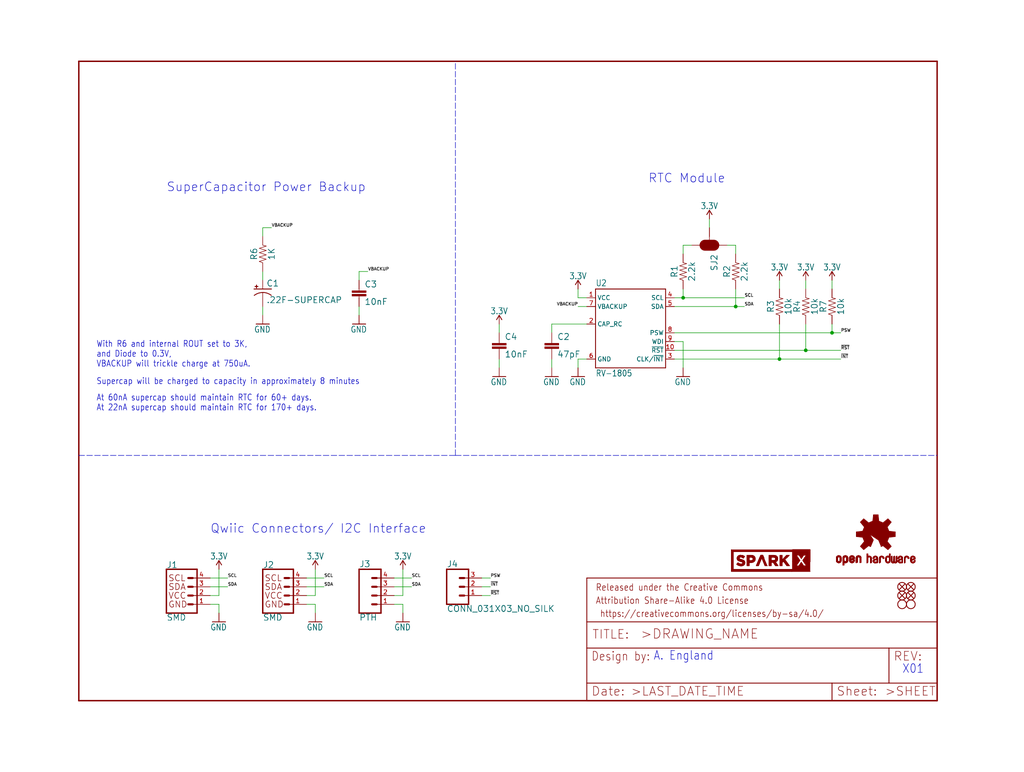
<source format=kicad_sch>
(kicad_sch (version 20211123) (generator eeschema)
  (paper "User" 297.002 223.926)
  (lib_symbols
    (symbol "eagleSchem-eagle-import:.22F-SUPERCAP"
      (property "Reference" "C" (at 1.016 0.635 0))
      (property "Value" ".22F-SUPERCAP" (at 1.016 -4.191 0))
      (symbol ".22F-SUPERCAP_1_0"
        (pin passive line (at 0 2.54 270) (length 2.54) (name "+") (number "+"))
        (pin passive line (at 0 -5.08 90) (length 2.54) (name "-") (number "-"))
      )
    )
    (symbol "eagleSchem-eagle-import:10KOHM-0603-1{slash}10W-1%"
      (property "Reference" "R" (at 0 1.524 0))
      (property "Value" "10KOHM-0603-1{slash}10W-1%" (at 0 -1.524 0))
      (symbol "10KOHM-0603-1{slash}10W-1%_1_0"
        (pin passive line (at -5.08 0 0) (length 2.54) (name "1") (number "1"))
        (pin passive line (at 5.08 0 180) (length 2.54) (name "2") (number "2"))
      )
    )
    (symbol "eagleSchem-eagle-import:10NF-0603-50V-10%"
      (property "Reference" "C" (at 1.524 2.921 0))
      (property "Value" "10NF-0603-50V-10%" (at 1.524 -2.159 0))
      (symbol "10NF-0603-50V-10%_1_0"
        (pin passive line (at 0 5.08 270) (length 2.54) (name "1") (number "1"))
        (pin passive line (at 0 -2.54 90) (length 2.54) (name "2") (number "2"))
      )
    )
    (symbol "eagleSchem-eagle-import:2.2KOHM-0603-1{slash}10W-1%"
      (property "Reference" "R" (at 0 1.524 0))
      (property "Value" "2.2KOHM-0603-1{slash}10W-1%" (at 0 -1.524 0))
      (symbol "2.2KOHM-0603-1{slash}10W-1%_1_0"
        (pin passive line (at -5.08 0 0) (length 2.54) (name "1") (number "1"))
        (pin passive line (at 5.08 0 180) (length 2.54) (name "2") (number "2"))
      )
    )
    (symbol "eagleSchem-eagle-import:2.55KOHM-0603-1{slash}10W-1%"
      (property "Reference" "R" (at 0 1.524 0))
      (property "Value" "2.55KOHM-0603-1{slash}10W-1%" (at 0 -1.524 0))
      (symbol "2.55KOHM-0603-1{slash}10W-1%_1_0"
        (pin passive line (at -5.08 0 0) (length 2.54) (name "1") (number "1"))
        (pin passive line (at 5.08 0 180) (length 2.54) (name "2") (number "2"))
      )
    )
    (symbol "eagleSchem-eagle-import:3.3V" (power)
      (property "Value" "3.3V" (at 0 2.794 0))
      (symbol "3.3V_1_0"
        (pin power_in line (at 0 0 90) (length 2.54) (name "3.3V") (number "1"))
      )
    )
    (symbol "eagleSchem-eagle-import:47PF-0603-50V-5%"
      (property "Reference" "C" (at 1.524 2.921 0))
      (property "Value" "47PF-0603-50V-5%" (at 1.524 -2.159 0))
      (symbol "47PF-0603-50V-5%_1_0"
        (pin passive line (at 0 5.08 270) (length 2.54) (name "1") (number "1"))
        (pin passive line (at 0 -2.54 90) (length 2.54) (name "2") (number "2"))
      )
    )
    (symbol "eagleSchem-eagle-import:CONN_031X03_NO_SILK"
      (property "Reference" "J" (at -2.54 5.588 0))
      (property "Value" "CONN_031X03_NO_SILK" (at -2.54 -7.366 0))
      (symbol "CONN_031X03_NO_SILK_1_0"
        (pin passive line (at 7.62 -2.54 180) (length 5.08) (name "1") (number "1"))
        (pin passive line (at 7.62 0 180) (length 5.08) (name "2") (number "2"))
        (pin passive line (at 7.62 2.54 180) (length 5.08) (name "3") (number "3"))
      )
    )
    (symbol "eagleSchem-eagle-import:CONN_041X04_NO_SILK"
      (property "Reference" "J" (at -5.08 8.128 0))
      (property "Value" "CONN_041X04_NO_SILK" (at -5.08 -7.366 0))
      (symbol "CONN_041X04_NO_SILK_1_0"
        (pin passive line (at 5.08 -2.54 180) (length 5.08) (name "1") (number "1"))
        (pin passive line (at 5.08 0 180) (length 5.08) (name "2") (number "2"))
        (pin passive line (at 5.08 2.54 180) (length 5.08) (name "3") (number "3"))
        (pin passive line (at 5.08 5.08 180) (length 5.08) (name "4") (number "4"))
      )
    )
    (symbol "eagleSchem-eagle-import:FIDUCIALUFIDUCIAL")
    (symbol "eagleSchem-eagle-import:FRAME-LETTER"
      (symbol "FRAME-LETTER_2_0"
        (text " https://creativecommons.org/licenses/by-sa/4.0/" (at 2.54 24.13 0) (effects (font (size 1.9304 1.6408)) (justify left bottom)))
        (text ">DRAWING_NAME" (at 15.494 17.78 0) (effects (font (size 2.7432 2.7432)) (justify left bottom)))
        (text ">LAST_DATE_TIME" (at 12.7 1.27 0) (effects (font (size 2.54 2.54)) (justify left bottom)))
        (text ">SHEET" (at 86.36 1.27 0) (effects (font (size 2.54 2.54)) (justify left bottom)))
        (text "Attribution Share-Alike 4.0 License" (at 2.54 27.94 0) (effects (font (size 1.9304 1.6408)) (justify left bottom)))
        (text "Date:" (at 1.27 1.27 0) (effects (font (size 2.54 2.54)) (justify left bottom)))
        (text "Design by:" (at 1.27 11.43 0) (effects (font (size 2.54 2.159)) (justify left bottom)))
        (text "Released under the Creative Commons" (at 2.54 31.75 0) (effects (font (size 1.9304 1.6408)) (justify left bottom)))
        (text "REV:" (at 88.9 11.43 0) (effects (font (size 2.54 2.54)) (justify left bottom)))
        (text "Sheet:" (at 72.39 1.27 0) (effects (font (size 2.54 2.54)) (justify left bottom)))
        (text "TITLE:" (at 1.524 17.78 0) (effects (font (size 2.54 2.54)) (justify left bottom)))
      )
    )
    (symbol "eagleSchem-eagle-import:GND" (power)
      (property "Value" "GND" (at -2.54 -2.54 0))
      (symbol "GND_1_0"
        (pin power_in line (at 0 2.54 270) (length 2.54) (name "GND") (number "1"))
      )
    )
    (symbol "eagleSchem-eagle-import:JUMPER-SMT_3_2-NC_PASTE_SILK"
      (property "Reference" "JP" (at 2.54 0.381 0))
      (property "Value" "JUMPER-SMT_3_2-NC_PASTE_SILK" (at 2.54 -0.381 0))
      (symbol "JUMPER-SMT_3_2-NC_PASTE_SILK_1_0"
        (pin passive line (at 0 5.08 270) (length 2.54) (name "1") (number "1"))
        (pin passive line (at -5.08 0 0) (length 2.54) (name "2") (number "2"))
        (pin passive line (at 0 -5.08 90) (length 2.54) (name "3") (number "3"))
      )
    )
    (symbol "eagleSchem-eagle-import:OSHW-LOGOS")
    (symbol "eagleSchem-eagle-import:QWIIC_CONNECTORJS-1MM"
      (property "Reference" "J" (at -5.08 7.874 0))
      (property "Value" "QWIIC_CONNECTORJS-1MM" (at -5.08 -5.334 0))
      (symbol "QWIIC_CONNECTORJS-1MM_1_0"
        (text "GND" (at -4.572 -2.54 0) (effects (font (size 1.778 1.778)) (justify left)))
        (text "SCL" (at -4.572 5.08 0) (effects (font (size 1.778 1.778)) (justify left)))
        (text "SDA" (at -4.572 2.54 0) (effects (font (size 1.778 1.778)) (justify left)))
        (text "VCC" (at -4.572 0 0) (effects (font (size 1.778 1.778)) (justify left)))
        (pin power_in line (at 7.62 -2.54 180) (length 5.08) (name "1") (number "1"))
        (pin power_in line (at 7.62 0 180) (length 5.08) (name "2") (number "2"))
        (pin passive line (at 7.62 2.54 180) (length 5.08) (name "3") (number "3"))
        (pin passive line (at 7.62 5.08 180) (length 5.08) (name "4") (number "4"))
      )
    )
    (symbol "eagleSchem-eagle-import:RV-1805"
      (property "Reference" "U" (at -10.16 13.462 0))
      (property "Value" "RV-1805" (at -10.16 -12.7 0))
      (symbol "RV-1805_1_0"
        (pin bidirectional line (at -12.7 10.16 0) (length 2.54) (name "VCC") (number "1"))
        (pin bidirectional line (at 12.7 -5.08 180) (length 2.54) (name "~{RST}") (number "10"))
        (pin bidirectional line (at -12.7 2.54 0) (length 2.54) (name "CAP_RC") (number "2"))
        (pin bidirectional line (at 12.7 -7.62 180) (length 2.54) (name "CLK/~{INT}") (number "3"))
        (pin bidirectional line (at 12.7 10.16 180) (length 2.54) (name "SCL") (number "4"))
        (pin bidirectional line (at 12.7 7.62 180) (length 2.54) (name "SDA") (number "5"))
        (pin bidirectional line (at -12.7 -7.62 0) (length 2.54) (name "GND") (number "6"))
        (pin bidirectional line (at -12.7 7.62 0) (length 2.54) (name "VBACKUP") (number "7"))
        (pin bidirectional line (at 12.7 0 180) (length 2.54) (name "PSW") (number "8"))
        (pin bidirectional line (at 12.7 -2.54 180) (length 2.54) (name "WDI") (number "9"))
      )
    )
    (symbol "eagleSchem-eagle-import:SPARKX-LOGO4")
    (symbol "eagleSchem-eagle-import:STAND-OFF")
  )
  (junction (at 213.36 88.9))
  (junction (at 226.06 104.14))
  (junction (at 233.68 101.6))
  (junction (at 198.12 86.36))
  (junction (at 241.3 96.52))
  (wire (pts (xy 116.84 175.26) (xy 116.84 177.8)))
  (wire (pts (xy 226.06 81.28) (xy 226.06 83.82)))
  (wire (pts (xy 233.68 101.6) (xy 243.84 101.6)))
  (wire (pts (xy 139.7 172.72) (xy 142.24 172.72)))
  (wire (pts (xy 116.84 172.72) (xy 116.84 165.1)))
  (wire (pts (xy 233.68 81.28) (xy 233.68 83.82)))
  (wire (pts (xy 114.3 175.26) (xy 116.84 175.26)))
  (wire (pts (xy 104.14 81.28) (xy 104.14 78.74)))
  (wire (pts (xy 88.9 175.26) (xy 91.44 175.26)))
  (wire (pts (xy 60.96 167.64) (xy 66.04 167.64)))
  (wire (pts (xy 167.64 86.36) (xy 170.18 86.36)))
  (wire (pts (xy 210.82 71.12) (xy 213.36 71.12)))
  (polyline (pts (xy 22.86 132.08) (xy 132.08 132.08)))
  (wire (pts (xy 198.12 86.36) (xy 215.9 86.36)))
  (wire (pts (xy 114.3 167.64) (xy 119.38 167.64)))
  (wire (pts (xy 63.5 175.26) (xy 63.5 177.8)))
  (wire (pts (xy 198.12 83.82) (xy 198.12 86.36)))
  (wire (pts (xy 76.2 81.28) (xy 76.2 78.74)))
  (wire (pts (xy 144.78 104.14) (xy 144.78 106.68)))
  (wire (pts (xy 195.58 86.36) (xy 198.12 86.36)))
  (wire (pts (xy 195.58 101.6) (xy 233.68 101.6)))
  (wire (pts (xy 104.14 78.74) (xy 106.68 78.74)))
  (wire (pts (xy 170.18 88.9) (xy 167.64 88.9)))
  (wire (pts (xy 160.02 104.14) (xy 160.02 106.68)))
  (wire (pts (xy 213.36 71.12) (xy 213.36 73.66)))
  (wire (pts (xy 195.58 88.9) (xy 213.36 88.9)))
  (polyline (pts (xy 132.08 132.08) (xy 271.78 132.08)))
  (wire (pts (xy 104.14 88.9) (xy 104.14 91.44)))
  (wire (pts (xy 60.96 175.26) (xy 63.5 175.26)))
  (wire (pts (xy 139.7 167.64) (xy 142.24 167.64)))
  (wire (pts (xy 63.5 172.72) (xy 63.5 165.1)))
  (wire (pts (xy 139.7 170.18) (xy 142.24 170.18)))
  (wire (pts (xy 167.64 106.68) (xy 167.64 104.14)))
  (wire (pts (xy 88.9 167.64) (xy 93.98 167.64)))
  (wire (pts (xy 233.68 101.6) (xy 233.68 93.98)))
  (polyline (pts (xy 132.08 132.08) (xy 132.08 17.78)))
  (wire (pts (xy 195.58 99.06) (xy 198.12 99.06)))
  (wire (pts (xy 205.74 66.04) (xy 205.74 63.5)))
  (wire (pts (xy 60.96 170.18) (xy 66.04 170.18)))
  (wire (pts (xy 241.3 81.28) (xy 241.3 83.82)))
  (wire (pts (xy 198.12 73.66) (xy 198.12 71.12)))
  (wire (pts (xy 198.12 99.06) (xy 198.12 106.68)))
  (wire (pts (xy 241.3 96.52) (xy 243.84 96.52)))
  (wire (pts (xy 160.02 93.98) (xy 170.18 93.98)))
  (wire (pts (xy 60.96 172.72) (xy 63.5 172.72)))
  (wire (pts (xy 198.12 71.12) (xy 200.66 71.12)))
  (wire (pts (xy 226.06 93.98) (xy 226.06 104.14)))
  (wire (pts (xy 213.36 88.9) (xy 215.9 88.9)))
  (wire (pts (xy 114.3 172.72) (xy 116.84 172.72)))
  (wire (pts (xy 76.2 66.04) (xy 78.74 66.04)))
  (wire (pts (xy 91.44 175.26) (xy 91.44 177.8)))
  (wire (pts (xy 167.64 104.14) (xy 170.18 104.14)))
  (wire (pts (xy 195.58 104.14) (xy 226.06 104.14)))
  (wire (pts (xy 226.06 104.14) (xy 243.84 104.14)))
  (wire (pts (xy 88.9 172.72) (xy 91.44 172.72)))
  (wire (pts (xy 195.58 96.52) (xy 241.3 96.52)))
  (wire (pts (xy 91.44 172.72) (xy 91.44 165.1)))
  (wire (pts (xy 114.3 170.18) (xy 119.38 170.18)))
  (wire (pts (xy 144.78 93.98) (xy 144.78 96.52)))
  (wire (pts (xy 76.2 66.04) (xy 76.2 68.58)))
  (wire (pts (xy 160.02 93.98) (xy 160.02 96.52)))
  (wire (pts (xy 213.36 83.82) (xy 213.36 88.9)))
  (wire (pts (xy 241.3 93.98) (xy 241.3 96.52)))
  (wire (pts (xy 88.9 170.18) (xy 93.98 170.18)))
  (wire (pts (xy 167.64 83.82) (xy 167.64 86.36)))
  (wire (pts (xy 76.2 88.9) (xy 76.2 91.44)))
  (text "Supercap will be charged to capacity in approximately 8 minutes" (at 27.94 111.76 0) (effects (font (size 1.778 1.5113)) (justify left bottom)))
  (text "A. England" (at 189.484 191.77 180) (effects (font (size 2.54 2.159)) (justify left bottom)))
  (text "RTC Module" (at 187.96 53.34 180) (effects (font (size 2.54 2.54)) (justify left bottom)))
  (text "Qwiic Connectors/ I2C Interface" (at 60.96 154.94 180) (effects (font (size 2.54 2.54)) (justify left bottom)))
  (text "With R6 and internal ROUT set to 3K,\nand Diode to 0.3V,\nVBACKUP will trickle charge at 750uA." (at 27.94 106.68 0) (effects (font (size 1.778 1.5113)) (justify left bottom)))
  (text "SuperCapacitor Power Backup" (at 48.26 55.88 180) (effects (font (size 2.54 2.54)) (justify left bottom)))
  (text "At 60nA supercap should maintain RTC for 60+ days.\nAt 22nA supercap should maintain RTC for 170+ days." (at 27.94 119.38 0) (effects (font (size 1.778 1.5113)) (justify left bottom)))
  (text "X01" (at 261.62 195.58 180) (effects (font (size 2.54 2.159)) (justify left bottom)))
  (label "~{INT}" (at 243.84 104.14 0) (effects (font (size 0.889 0.889))))
  (label "SCL" (at 66.04 167.64 0) (effects (font (size 0.889 0.889))))
  (label "~{INT}" (at 142.24 170.18 0) (effects (font (size 0.889 0.889))))
  (label "~{RST}" (at 142.24 172.72 0) (effects (font (size 0.889 0.889))))
  (label "SCL" (at 215.9 86.36 0) (effects (font (size 0.889 0.889))))
  (label "SDA" (at 93.98 170.18 0) (effects (font (size 0.889 0.889))))
  (label "SDA" (at 215.9 88.9 0) (effects (font (size 0.889 0.889))))
  (label "PSW" (at 142.24 167.64 0) (effects (font (size 0.889 0.889))))
  (label "~{RST}" (at 243.84 101.6 0) (effects (font (size 0.889 0.889))))
  (label "VBACKUP" (at 78.74 66.04 0) (effects (font (size 0.889 0.889))))
  (label "VBACKUP" (at 167.64 88.9 180) (effects (font (size 0.889 0.889))))
  (label "SDA" (at 66.04 170.18 0) (effects (font (size 0.889 0.889))))
  (label "SDA" (at 119.38 170.18 0) (effects (font (size 0.889 0.889))))
  (label "VBACKUP" (at 106.68 78.74 0) (effects (font (size 0.889 0.889))))
  (label "PSW" (at 243.84 96.52 0) (effects (font (size 0.889 0.889))))
  (label "SCL" (at 119.38 167.64 0) (effects (font (size 0.889 0.889))))
  (label "SCL" (at 93.98 167.64 0) (effects (font (size 0.889 0.889))))
  (symbol (lib_id "eagleSchem-eagle-import:FIDUCIALUFIDUCIAL") (at 264.16 172.72 0) (unit 1)
    (property "Reference" "FD3" (effects hide))
    (property "Value" "FIDUCIALUFIDUCIAL" (effects hide))
    (property "Footprint" "eagleSchem:FIDUCIAL-MICRO" (effects hide))
  )
  (symbol (lib_id "eagleSchem-eagle-import:FIDUCIALUFIDUCIAL") (at 261.62 172.72 0) (unit 1)
    (property "Reference" "FD4" (effects hide))
    (property "Value" "FIDUCIALUFIDUCIAL" (effects hide))
    (property "Footprint" "eagleSchem:FIDUCIAL-MICRO" (effects hide))
  )
  (symbol (lib_id "eagleSchem-eagle-import:GND") (at 91.44 180.34 0) (unit 1)
    (property "Reference" "#GND6" (effects hide))
    (property "Value" "GND" (at 88.9 182.88 0) (effects (font (size 1.778 1.5113)) (justify left bottom)))
    (property "Footprint" "eagleSchem:" (effects hide))
  )
  (symbol (lib_id "eagleSchem-eagle-import:CONN_041X04_NO_SILK") (at 109.22 172.72 0) (unit 1)
    (property "Reference" "J3" (at 104.14 164.592 0) (effects (font (size 1.778 1.778)) (justify left bottom)))
    (property "Value" "PTH" (at 104.14 180.086 0) (effects (font (size 1.778 1.778)) (justify left bottom)))
    (property "Footprint" "eagleSchem:1X04_NO_SILK" (effects hide))
  )
  (symbol (lib_id "eagleSchem-eagle-import:SPARKX-LOGO4") (at 223.52 162.56 0) (unit 1)
    (property "Reference" "U$5" (effects hide))
    (property "Value" "SPARKX-LOGO4" (effects hide))
    (property "Footprint" "eagleSchem:SPARKX-MEDIUM" (effects hide))
  )
  (symbol (lib_id "eagleSchem-eagle-import:QWIIC_CONNECTORJS-1MM") (at 53.34 172.72 0) (unit 1)
    (property "Reference" "J1" (at 48.26 164.846 0) (effects (font (size 1.778 1.778)) (justify left bottom)))
    (property "Value" "SMD" (at 48.26 178.054 0) (effects (font (size 1.778 1.778)) (justify left top)))
    (property "Footprint" "eagleSchem:1X04_1MM_RA" (effects hide))
  )
  (symbol (lib_id "eagleSchem-eagle-import:3.3V") (at 116.84 165.1 0) (unit 1)
    (property "Reference" "#SUPPLY4" (effects hide))
    (property "Value" "3.3V" (at 116.84 162.306 0) (effects (font (size 1.778 1.5113)) (justify bottom)))
    (property "Footprint" "eagleSchem:" (effects hide))
  )
  (symbol (lib_id "eagleSchem-eagle-import:STAND-OFF") (at 261.62 175.26 0) (unit 1)
    (property "Reference" "U$6" (effects hide))
    (property "Value" "STAND-OFF" (effects hide))
    (property "Footprint" "eagleSchem:STAND-OFF" (effects hide))
  )
  (symbol (lib_id "eagleSchem-eagle-import:3.3V") (at 144.78 93.98 0) (unit 1)
    (property "Reference" "#SUPPLY1" (effects hide))
    (property "Value" "3.3V" (at 144.78 91.186 0) (effects (font (size 1.778 1.5113)) (justify bottom)))
    (property "Footprint" "eagleSchem:" (effects hide))
  )
  (symbol (lib_id "eagleSchem-eagle-import:47PF-0603-50V-5%") (at 160.02 101.6 0) (unit 1)
    (property "Reference" "C2" (at 161.544 98.679 0) (effects (font (size 1.778 1.778)) (justify left bottom)))
    (property "Value" "47pF" (at 161.544 103.759 0) (effects (font (size 1.778 1.778)) (justify left bottom)))
    (property "Footprint" "eagleSchem:0603" (effects hide))
  )
  (symbol (lib_id "eagleSchem-eagle-import:GND") (at 63.5 180.34 0) (unit 1)
    (property "Reference" "#GND5" (effects hide))
    (property "Value" "GND" (at 60.96 182.88 0) (effects (font (size 1.778 1.5113)) (justify left bottom)))
    (property "Footprint" "eagleSchem:" (effects hide))
  )
  (symbol (lib_id "eagleSchem-eagle-import:FIDUCIALUFIDUCIAL") (at 261.62 170.18 0) (unit 1)
    (property "Reference" "FD1" (effects hide))
    (property "Value" "FIDUCIALUFIDUCIAL" (effects hide))
    (property "Footprint" "eagleSchem:FIDUCIAL-MICRO" (effects hide))
  )
  (symbol (lib_id "eagleSchem-eagle-import:.22F-SUPERCAP") (at 76.2 83.82 0) (unit 1)
    (property "Reference" "C1" (at 77.216 83.185 0) (effects (font (size 1.778 1.778)) (justify left bottom)))
    (property "Value" ".22F-SUPERCAP" (at 77.216 88.011 0) (effects (font (size 1.778 1.778)) (justify left bottom)))
    (property "Footprint" "eagleSchem:DSK-RADIAL-6.8MM" (effects hide))
  )
  (symbol (lib_id "eagleSchem-eagle-import:2.2KOHM-0603-1{slash}10W-1%") (at 198.12 78.74 90) (unit 1)
    (property "Reference" "R1" (at 196.596 78.74 0) (effects (font (size 1.778 1.778)) (justify bottom)))
    (property "Value" "2.2k" (at 199.644 78.74 0) (effects (font (size 1.778 1.778)) (justify top)))
    (property "Footprint" "eagleSchem:0603" (effects hide))
  )
  (symbol (lib_id "eagleSchem-eagle-import:GND") (at 198.12 109.22 0) (unit 1)
    (property "Reference" "#GND3" (effects hide))
    (property "Value" "GND" (at 195.58 111.76 0) (effects (font (size 1.778 1.5113)) (justify left bottom)))
    (property "Footprint" "eagleSchem:" (effects hide))
  )
  (symbol (lib_id "eagleSchem-eagle-import:JUMPER-SMT_3_2-NC_PASTE_SILK") (at 205.74 71.12 270) (unit 1)
    (property "Reference" "SJ2" (at 206.121 73.66 0) (effects (font (size 1.778 1.778)) (justify left bottom)))
    (property "Value" "JUMPER-SMT_3_2-NC_PASTE_SILK" (effects hide))
    (property "Footprint" "eagleSchem:SMT-JUMPER_3_2-NC_PASTE_SILK" (effects hide))
  )
  (symbol (lib_id "eagleSchem-eagle-import:3.3V") (at 205.74 63.5 0) (unit 1)
    (property "Reference" "#SUPPLY3" (effects hide))
    (property "Value" "3.3V" (at 205.74 60.706 0) (effects (font (size 1.778 1.5113)) (justify bottom)))
    (property "Footprint" "eagleSchem:" (effects hide))
  )
  (symbol (lib_id "eagleSchem-eagle-import:10KOHM-0603-1{slash}10W-1%") (at 241.3 88.9 90) (unit 1)
    (property "Reference" "R7" (at 239.776 88.9 0) (effects (font (size 1.778 1.778)) (justify bottom)))
    (property "Value" "10k" (at 242.824 88.9 0) (effects (font (size 1.778 1.778)) (justify top)))
    (property "Footprint" "eagleSchem:0603" (effects hide))
  )
  (symbol (lib_id "eagleSchem-eagle-import:3.3V") (at 91.44 165.1 0) (unit 1)
    (property "Reference" "#SUPPLY7" (effects hide))
    (property "Value" "3.3V" (at 91.44 162.306 0) (effects (font (size 1.778 1.5113)) (justify bottom)))
    (property "Footprint" "eagleSchem:" (effects hide))
  )
  (symbol (lib_id "eagleSchem-eagle-import:3.3V") (at 241.3 81.28 0) (unit 1)
    (property "Reference" "#SUPPLY9" (effects hide))
    (property "Value" "3.3V" (at 241.3 78.486 0) (effects (font (size 1.778 1.5113)) (justify bottom)))
    (property "Footprint" "eagleSchem:" (effects hide))
  )
  (symbol (lib_id "eagleSchem-eagle-import:STAND-OFF") (at 264.16 175.26 0) (unit 1)
    (property "Reference" "U$7" (effects hide))
    (property "Value" "STAND-OFF" (effects hide))
    (property "Footprint" "eagleSchem:STAND-OFF" (effects hide))
  )
  (symbol (lib_id "eagleSchem-eagle-import:SPARKX-LOGO4") (at 223.52 162.56 0) (unit 1)
    (property "Reference" "U$3" (effects hide))
    (property "Value" "SPARKX-LOGO4" (effects hide))
    (property "Footprint" "eagleSchem:SPARKX-MEDIUM" (effects hide))
  )
  (symbol (lib_id "eagleSchem-eagle-import:FIDUCIALUFIDUCIAL") (at 264.16 170.18 0) (unit 1)
    (property "Reference" "FD2" (effects hide))
    (property "Value" "FIDUCIALUFIDUCIAL" (effects hide))
    (property "Footprint" "eagleSchem:FIDUCIAL-MICRO" (effects hide))
  )
  (symbol (lib_id "eagleSchem-eagle-import:QWIIC_CONNECTORJS-1MM") (at 81.28 172.72 0) (unit 1)
    (property "Reference" "J2" (at 76.2 164.846 0) (effects (font (size 1.778 1.778)) (justify left bottom)))
    (property "Value" "SMD" (at 76.2 178.054 0) (effects (font (size 1.778 1.778)) (justify left top)))
    (property "Footprint" "eagleSchem:1X04_1MM_RA" (effects hide))
  )
  (symbol (lib_id "eagleSchem-eagle-import:3.3V") (at 233.68 81.28 0) (unit 1)
    (property "Reference" "#SUPPLY5" (effects hide))
    (property "Value" "3.3V" (at 233.68 78.486 0) (effects (font (size 1.778 1.5113)) (justify bottom)))
    (property "Footprint" "eagleSchem:" (effects hide))
  )
  (symbol (lib_id "eagleSchem-eagle-import:FRAME-LETTER") (at 170.18 203.2 0) (unit 2)
    (property "Reference" "FRAME2" (effects hide))
    (property "Value" "FRAME-LETTER" (effects hide))
    (property "Footprint" "eagleSchem:CREATIVE_COMMONS" (effects hide))
  )
  (symbol (lib_id "eagleSchem-eagle-import:10KOHM-0603-1{slash}10W-1%") (at 233.68 88.9 90) (unit 1)
    (property "Reference" "R4" (at 232.156 88.9 0) (effects (font (size 1.778 1.778)) (justify bottom)))
    (property "Value" "10k" (at 235.204 88.9 0) (effects (font (size 1.778 1.778)) (justify top)))
    (property "Footprint" "eagleSchem:0603" (effects hide))
  )
  (symbol (lib_id "eagleSchem-eagle-import:OSHW-LOGOS") (at 254 154.94 0) (unit 1)
    (property "Reference" "LOGO1" (effects hide))
    (property "Value" "OSHW-LOGOS" (effects hide))
    (property "Footprint" "eagleSchem:OSHW-LOGO-S" (effects hide))
  )
  (symbol (lib_id "eagleSchem-eagle-import:GND") (at 144.78 109.22 0) (unit 1)
    (property "Reference" "#GND10" (effects hide))
    (property "Value" "GND" (at 142.24 111.76 0) (effects (font (size 1.778 1.5113)) (justify left bottom)))
    (property "Footprint" "eagleSchem:" (effects hide))
  )
  (symbol (lib_id "eagleSchem-eagle-import:GND") (at 76.2 93.98 0) (unit 1)
    (property "Reference" "#GND2" (effects hide))
    (property "Value" "GND" (at 73.66 96.52 0) (effects (font (size 1.778 1.5113)) (justify left bottom)))
    (property "Footprint" "eagleSchem:" (effects hide))
  )
  (symbol (lib_id "eagleSchem-eagle-import:GND") (at 160.02 109.22 0) (unit 1)
    (property "Reference" "#GND1" (effects hide))
    (property "Value" "GND" (at 157.48 111.76 0) (effects (font (size 1.778 1.5113)) (justify left bottom)))
    (property "Footprint" "eagleSchem:" (effects hide))
  )
  (symbol (lib_id "eagleSchem-eagle-import:GND") (at 116.84 180.34 0) (unit 1)
    (property "Reference" "#GND7" (effects hide))
    (property "Value" "GND" (at 114.3 182.88 0) (effects (font (size 1.778 1.5113)) (justify left bottom)))
    (property "Footprint" "eagleSchem:" (effects hide))
  )
  (symbol (lib_id "eagleSchem-eagle-import:3.3V") (at 226.06 81.28 0) (unit 1)
    (property "Reference" "#SUPPLY2" (effects hide))
    (property "Value" "3.3V" (at 226.06 78.486 0) (effects (font (size 1.778 1.5113)) (justify bottom)))
    (property "Footprint" "eagleSchem:" (effects hide))
  )
  (symbol (lib_id "eagleSchem-eagle-import:3.3V") (at 167.64 83.82 0) (unit 1)
    (property "Reference" "#SUPPLY8" (effects hide))
    (property "Value" "3.3V" (at 167.64 81.026 0) (effects (font (size 1.778 1.5113)) (justify bottom)))
    (property "Footprint" "eagleSchem:" (effects hide))
  )
  (symbol (lib_id "eagleSchem-eagle-import:FRAME-LETTER") (at 22.86 203.2 0) (unit 1)
    (property "Reference" "FRAME2" (effects hide))
    (property "Value" "FRAME-LETTER" (effects hide))
    (property "Footprint" "eagleSchem:CREATIVE_COMMONS" (effects hide))
  )
  (symbol (lib_id "eagleSchem-eagle-import:3.3V") (at 63.5 165.1 0) (unit 1)
    (property "Reference" "#SUPPLY6" (effects hide))
    (property "Value" "3.3V" (at 63.5 162.306 0) (effects (font (size 1.778 1.5113)) (justify bottom)))
    (property "Footprint" "eagleSchem:" (effects hide))
  )
  (symbol (lib_id "eagleSchem-eagle-import:10NF-0603-50V-10%") (at 104.14 86.36 0) (unit 1)
    (property "Reference" "C3" (at 105.664 83.439 0) (effects (font (size 1.778 1.778)) (justify left bottom)))
    (property "Value" "10nF" (at 105.664 88.519 0) (effects (font (size 1.778 1.778)) (justify left bottom)))
    (property "Footprint" "eagleSchem:0603" (effects hide))
  )
  (symbol (lib_id "eagleSchem-eagle-import:CONN_031X03_NO_SILK") (at 132.08 170.18 0) (unit 1)
    (property "Reference" "J4" (at 129.54 164.592 0) (effects (font (size 1.778 1.778)) (justify left bottom)))
    (property "Value" "CONN_031X03_NO_SILK" (at 129.54 177.546 0) (effects (font (size 1.778 1.778)) (justify left bottom)))
    (property "Footprint" "eagleSchem:1X03_NO_SILK" (effects hide))
  )
  (symbol (lib_id "eagleSchem-eagle-import:GND") (at 167.64 109.22 0) (unit 1)
    (property "Reference" "#GND4" (effects hide))
    (property "Value" "GND" (at 165.1 111.76 0) (effects (font (size 1.778 1.5113)) (justify left bottom)))
    (property "Footprint" "eagleSchem:" (effects hide))
  )
  (symbol (lib_id "eagleSchem-eagle-import:RV-1805") (at 182.88 96.52 0) (unit 1)
    (property "Reference" "U2" (at 172.72 83.058 0) (effects (font (size 1.778 1.5113)) (justify left bottom)))
    (property "Value" "RV-1805" (at 172.72 109.22 0) (effects (font (size 1.778 1.5113)) (justify left bottom)))
    (property "Footprint" "eagleSchem:RV-1805" (effects hide))
  )
  (symbol (lib_id "eagleSchem-eagle-import:2.55KOHM-0603-1{slash}10W-1%") (at 76.2 73.66 90) (unit 1)
    (property "Reference" "R6" (at 74.676 73.66 0) (effects (font (size 1.778 1.778)) (justify bottom)))
    (property "Value" "1K" (at 77.724 73.66 0) (effects (font (size 1.778 1.778)) (justify top)))
    (property "Footprint" "eagleSchem:0603" (effects hide))
  )
  (symbol (lib_id "eagleSchem-eagle-import:2.2KOHM-0603-1{slash}10W-1%") (at 213.36 78.74 90) (unit 1)
    (property "Reference" "R2" (at 211.836 78.74 0) (effects (font (size 1.778 1.778)) (justify bottom)))
    (property "Value" "2.2k" (at 214.884 78.74 0) (effects (font (size 1.778 1.778)) (justify top)))
    (property "Footprint" "eagleSchem:0603" (effects hide))
  )
  (symbol (lib_id "eagleSchem-eagle-import:GND") (at 104.14 93.98 0) (unit 1)
    (property "Reference" "#GND9" (effects hide))
    (property "Value" "GND" (at 101.6 96.52 0) (effects (font (size 1.778 1.5113)) (justify left bottom)))
    (property "Footprint" "eagleSchem:" (effects hide))
  )
  (symbol (lib_id "eagleSchem-eagle-import:10KOHM-0603-1{slash}10W-1%") (at 226.06 88.9 90) (unit 1)
    (property "Reference" "R3" (at 224.536 88.9 0) (effects (font (size 1.778 1.778)) (justify bottom)))
    (property "Value" "10k" (at 227.584 88.9 0) (effects (font (size 1.778 1.778)) (justify top)))
    (property "Footprint" "eagleSchem:0603" (effects hide))
  )
  (symbol (lib_id "eagleSchem-eagle-import:10NF-0603-50V-10%") (at 144.78 101.6 0) (unit 1)
    (property "Reference" "C4" (at 146.304 98.679 0) (effects (font (size 1.778 1.778)) (justify left bottom)))
    (property "Value" "10nF" (at 146.304 103.759 0) (effects (font (size 1.778 1.778)) (justify left bottom)))
    (property "Footprint" "eagleSchem:0603" (effects hide))
  )
)
</source>
